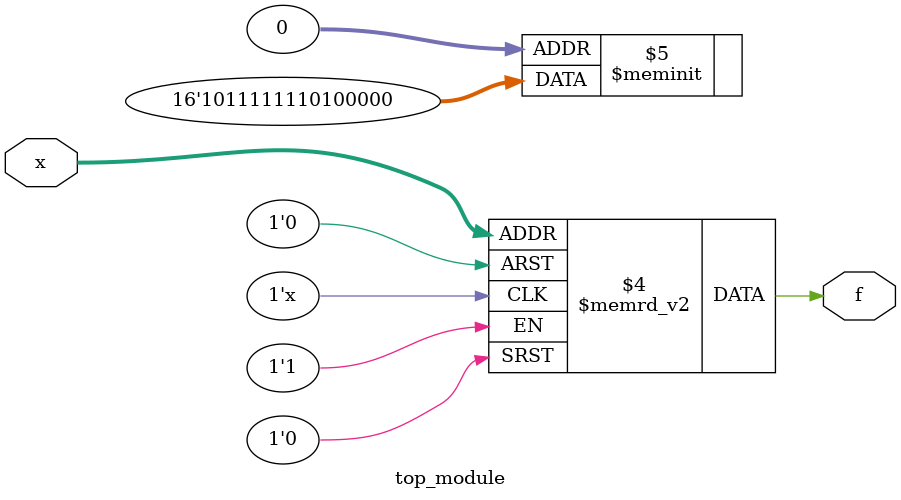
<source format=sv>
module top_module (
	input [4:1] x,
	output logic f
);

always_comb begin
    case (x)
        4'b0000: f = 1'b0;
        4'b0001: f = 1'b0;
        4'b0010: f = 1'b0;
        4'b0011: f = 1'b0;
        4'b0100: f = 1'b0;
        4'b0101: f = 1'b1;
        4'b0110: f = 1'b0;
        4'b0111: f = 1'b1;
        4'b1000: f = 1'b1;
        4'b1001: f = 1'b1;
        4'b1010: f = 1'b1;
        4'b1011: f = 1'b1;
        4'b1100: f = 1'b1;
        4'b1101: f = 1'b1;
        4'b1110: f = 1'b0;
        4'b1111: f = 1'b1;
        default: f = 1'b0;
    endcase
end

endmodule

</source>
